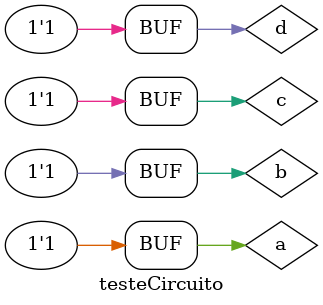
<source format=v>

module andNor (s0, a, b, c);

 output s0;
 input a, b, c;
 nor Nor1 (r1,a,a);
 nor Nor2 (r2,b,b);
 nor Nor3 (r3,c,c);
 nor Nor4 (s0,r1,r2,r3);

endmodule
// ---------------------
// -- Circuito  not
// ---------------------
module notNor (r1,r2,r3,r4,a,b,c,d);

 output r1,r2,r3,r4;
 input a, b, c,d;
 nor Nor1 (r1,a,a);
 nor Nor2 (r2,b,b);
 nor Nor3 (r3,c,c);
 nor Nor4 (r4,d,d);


endmodule

// ---------------------
// -- Circuito  or
// ---------------------
module orNor (s0,e1,e2,e3,e4,e5);

 output s0;
 input e1,e2,e3,e4,e5;

 nor Nor1 (r1,e1,e2,e3,e4,e5);
 nor Nor2 (s0,r1,r1);



endmodule
// ---------------------
// -- Circuito
// ---------------------
module circuito (s0, a, b, c, d);

 output s0;
 input a, b, c, d;

notNor n1 (r1,r2,r3,r4,a,b,c,d);

andNor a1 (s1,r1,r2,r4);
andNor a2 (s2,a,r2,r3);
andNor a3 (s3,a,r3,d);
andNor a4 (s4,r1,r3,r4);
andNor a5 (s5,a,r2,d);
orNor o1 (s0, s1,s2,s3,s4,s5);

endmodule

// ---------------------
// -- Teste Circuito ---
// ---------------------
module testeCircuito( );

reg a, b,c,d;
wire s0;

circuito C1(s0, a, b, c, d);

  initial begin:start
   a = 0; b=0; c=0; d=0;

  end

  initial begin: main
 
   $display("Exercicio 05");
   $display("Felipe Augusto - 415517");
   $display("\n     Circuito 05\n");
   $monitor("  Entrada:  [a=%b  b=%b  c=%b  d=%b]   |   Saida:[%b]", a, b, c, d, s0);

        #1 a = 0; b=0; c=0; d=1;
        #1 a = 0; b=0; c=1; d=0;
        #1 a = 0; b=0; c=1; d=1;
        #1 a = 0; b=1; c=0; d=0;
        #1 a = 0; b=1; c=0; d=1;
        #1 a = 0; b=1; c=1; d=0;
        #1 a = 0; b=1; c=1; d=1;
        #1 a = 1; b=0; c=0; d=0;
        #1 a = 1; b=0; c=0; d=1;
        #1 a = 1; b=0; c=1; d=0;
        #1 a = 1; b=0; c=1; d=1;
        #1 a = 1; b=1; c=0; d=0;
        #1 a = 1; b=1; c=0; d=1;
        #1 a = 1; b=1; c=1; d=0;
        #1 a = 1; b=1; c=1; d=1;

  end
endmodule

</source>
